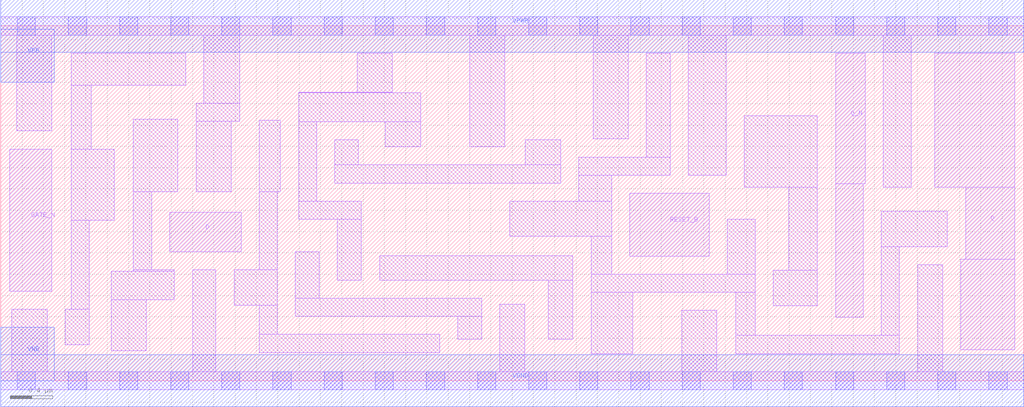
<source format=lef>
# Copyright 2020 The SkyWater PDK Authors
#
# Licensed under the Apache License, Version 2.0 (the "License");
# you may not use this file except in compliance with the License.
# You may obtain a copy of the License at
#
#     https://www.apache.org/licenses/LICENSE-2.0
#
# Unless required by applicable law or agreed to in writing, software
# distributed under the License is distributed on an "AS IS" BASIS,
# WITHOUT WARRANTIES OR CONDITIONS OF ANY KIND, either express or implied.
# See the License for the specific language governing permissions and
# limitations under the License.
#
# SPDX-License-Identifier: Apache-2.0

VERSION 5.5 ;
NAMESCASESENSITIVE ON ;
BUSBITCHARS "[]" ;
DIVIDERCHAR "/" ;
MACRO sky130_fd_sc_lp__dlrbn_1
  CLASS CORE ;
  SOURCE USER ;
  ORIGIN  0.000000  0.000000 ;
  SIZE  9.600000 BY  3.330000 ;
  SYMMETRY X Y R90 ;
  SITE unit ;
  PIN D
    ANTENNAGATEAREA  0.159000 ;
    DIRECTION INPUT ;
    USE SIGNAL ;
    PORT
      LAYER li1 ;
        RECT 1.585000 1.210000 2.255000 1.580000 ;
    END
  END D
  PIN Q
    ANTENNADIFFAREA  0.573300 ;
    DIRECTION OUTPUT ;
    USE SIGNAL ;
    PORT
      LAYER li1 ;
        RECT 8.765000 1.815000 9.515000 3.075000 ;
        RECT 9.010000 0.290000 9.515000 1.140000 ;
        RECT 9.055000 1.140000 9.515000 1.815000 ;
    END
  END Q
  PIN Q_N
    ANTENNADIFFAREA  0.556500 ;
    DIRECTION OUTPUT ;
    USE SIGNAL ;
    PORT
      LAYER li1 ;
        RECT 7.835000 0.595000 8.095000 1.850000 ;
        RECT 7.835000 1.850000 8.115000 3.075000 ;
    END
  END Q_N
  PIN RESET_B
    ANTENNAGATEAREA  0.315000 ;
    DIRECTION INPUT ;
    USE SIGNAL ;
    PORT
      LAYER li1 ;
        RECT 5.905000 1.170000 6.650000 1.760000 ;
    END
  END RESET_B
  PIN GATE_N
    ANTENNAGATEAREA  0.159000 ;
    DIRECTION INPUT ;
    USE CLOCK ;
    PORT
      LAYER li1 ;
        RECT 0.085000 0.840000 0.480000 2.175000 ;
    END
  END GATE_N
  PIN VGND
    DIRECTION INOUT ;
    USE GROUND ;
    PORT
      LAYER met1 ;
        RECT 0.000000 -0.245000 9.600000 0.245000 ;
    END
  END VGND
  PIN VNB
    DIRECTION INOUT ;
    USE GROUND ;
    PORT
      LAYER met1 ;
        RECT 0.000000 0.000000 0.500000 0.500000 ;
    END
  END VNB
  PIN VPB
    DIRECTION INOUT ;
    USE POWER ;
    PORT
      LAYER met1 ;
        RECT 0.000000 2.800000 0.500000 3.300000 ;
    END
  END VPB
  PIN VPWR
    DIRECTION INOUT ;
    USE POWER ;
    PORT
      LAYER met1 ;
        RECT 0.000000 3.085000 9.600000 3.575000 ;
    END
  END VPWR
  OBS
    LAYER li1 ;
      RECT 0.000000 -0.085000 9.600000 0.085000 ;
      RECT 0.000000  3.245000 9.600000 3.415000 ;
      RECT 0.105000  0.085000 0.435000 0.670000 ;
      RECT 0.150000  2.345000 0.480000 3.245000 ;
      RECT 0.605000  0.340000 0.830000 0.670000 ;
      RECT 0.660000  0.670000 0.830000 1.505000 ;
      RECT 0.660000  1.505000 1.065000 2.175000 ;
      RECT 0.660000  2.175000 0.850000 2.775000 ;
      RECT 0.660000  2.775000 1.735000 3.075000 ;
      RECT 1.035000  0.280000 1.365000 0.760000 ;
      RECT 1.035000  0.760000 1.630000 1.030000 ;
      RECT 1.245000  1.030000 1.630000 1.040000 ;
      RECT 1.245000  1.040000 1.415000 1.775000 ;
      RECT 1.245000  1.775000 1.660000 2.455000 ;
      RECT 1.800000  0.085000 2.020000 1.040000 ;
      RECT 1.835000  1.775000 2.165000 2.435000 ;
      RECT 1.835000  2.435000 2.245000 2.605000 ;
      RECT 1.905000  2.605000 2.245000 3.245000 ;
      RECT 2.190000  0.710000 2.595000 1.040000 ;
      RECT 2.425000  0.265000 4.120000 0.435000 ;
      RECT 2.425000  0.435000 2.595000 0.710000 ;
      RECT 2.425000  1.040000 2.595000 1.775000 ;
      RECT 2.425000  1.775000 2.625000 2.445000 ;
      RECT 2.765000  0.605000 4.515000 0.775000 ;
      RECT 2.765000  0.775000 2.990000 1.210000 ;
      RECT 2.795000  1.515000 3.385000 1.685000 ;
      RECT 2.795000  1.685000 2.965000 2.430000 ;
      RECT 2.795000  2.430000 3.940000 2.705000 ;
      RECT 2.795000  2.705000 3.675000 2.710000 ;
      RECT 3.135000  1.855000 5.255000 2.025000 ;
      RECT 3.135000  2.025000 3.355000 2.260000 ;
      RECT 3.160000  0.945000 3.385000 1.515000 ;
      RECT 3.345000  2.710000 3.675000 3.075000 ;
      RECT 3.555000  0.945000 5.370000 1.175000 ;
      RECT 3.610000  2.195000 3.940000 2.430000 ;
      RECT 4.290000  0.390000 4.515000 0.605000 ;
      RECT 4.400000  2.195000 4.730000 3.245000 ;
      RECT 4.685000  0.085000 4.920000 0.720000 ;
      RECT 4.775000  1.355000 5.735000 1.685000 ;
      RECT 4.925000  2.025000 5.255000 2.260000 ;
      RECT 5.140000  0.390000 5.370000 0.945000 ;
      RECT 5.425000  1.685000 5.735000 1.930000 ;
      RECT 5.425000  1.930000 6.285000 2.100000 ;
      RECT 5.540000  0.255000 5.930000 0.830000 ;
      RECT 5.540000  0.830000 7.080000 1.000000 ;
      RECT 5.540000  1.000000 5.735000 1.355000 ;
      RECT 5.560000  2.270000 5.890000 3.245000 ;
      RECT 6.060000  2.100000 6.285000 3.075000 ;
      RECT 6.390000  0.085000 6.720000 0.660000 ;
      RECT 6.455000  1.930000 6.810000 3.245000 ;
      RECT 6.820000  1.000000 7.080000 1.515000 ;
      RECT 6.900000  0.255000 8.435000 0.425000 ;
      RECT 6.900000  0.425000 7.080000 0.830000 ;
      RECT 6.980000  1.815000 7.665000 2.485000 ;
      RECT 7.250000  0.705000 7.665000 1.035000 ;
      RECT 7.395000  1.035000 7.665000 1.815000 ;
      RECT 8.265000  0.425000 8.435000 1.260000 ;
      RECT 8.265000  1.260000 8.885000 1.590000 ;
      RECT 8.285000  1.815000 8.545000 3.245000 ;
      RECT 8.605000  0.085000 8.840000 1.090000 ;
    LAYER mcon ;
      RECT 0.155000 -0.085000 0.325000 0.085000 ;
      RECT 0.155000  3.245000 0.325000 3.415000 ;
      RECT 0.635000 -0.085000 0.805000 0.085000 ;
      RECT 0.635000  3.245000 0.805000 3.415000 ;
      RECT 1.115000 -0.085000 1.285000 0.085000 ;
      RECT 1.115000  3.245000 1.285000 3.415000 ;
      RECT 1.595000 -0.085000 1.765000 0.085000 ;
      RECT 1.595000  3.245000 1.765000 3.415000 ;
      RECT 2.075000 -0.085000 2.245000 0.085000 ;
      RECT 2.075000  3.245000 2.245000 3.415000 ;
      RECT 2.555000 -0.085000 2.725000 0.085000 ;
      RECT 2.555000  3.245000 2.725000 3.415000 ;
      RECT 3.035000 -0.085000 3.205000 0.085000 ;
      RECT 3.035000  3.245000 3.205000 3.415000 ;
      RECT 3.515000 -0.085000 3.685000 0.085000 ;
      RECT 3.515000  3.245000 3.685000 3.415000 ;
      RECT 3.995000 -0.085000 4.165000 0.085000 ;
      RECT 3.995000  3.245000 4.165000 3.415000 ;
      RECT 4.475000 -0.085000 4.645000 0.085000 ;
      RECT 4.475000  3.245000 4.645000 3.415000 ;
      RECT 4.955000 -0.085000 5.125000 0.085000 ;
      RECT 4.955000  3.245000 5.125000 3.415000 ;
      RECT 5.435000 -0.085000 5.605000 0.085000 ;
      RECT 5.435000  3.245000 5.605000 3.415000 ;
      RECT 5.915000 -0.085000 6.085000 0.085000 ;
      RECT 5.915000  3.245000 6.085000 3.415000 ;
      RECT 6.395000 -0.085000 6.565000 0.085000 ;
      RECT 6.395000  3.245000 6.565000 3.415000 ;
      RECT 6.875000 -0.085000 7.045000 0.085000 ;
      RECT 6.875000  3.245000 7.045000 3.415000 ;
      RECT 7.355000 -0.085000 7.525000 0.085000 ;
      RECT 7.355000  3.245000 7.525000 3.415000 ;
      RECT 7.835000 -0.085000 8.005000 0.085000 ;
      RECT 7.835000  3.245000 8.005000 3.415000 ;
      RECT 8.315000 -0.085000 8.485000 0.085000 ;
      RECT 8.315000  3.245000 8.485000 3.415000 ;
      RECT 8.795000 -0.085000 8.965000 0.085000 ;
      RECT 8.795000  3.245000 8.965000 3.415000 ;
      RECT 9.275000 -0.085000 9.445000 0.085000 ;
      RECT 9.275000  3.245000 9.445000 3.415000 ;
  END
END sky130_fd_sc_lp__dlrbn_1

</source>
